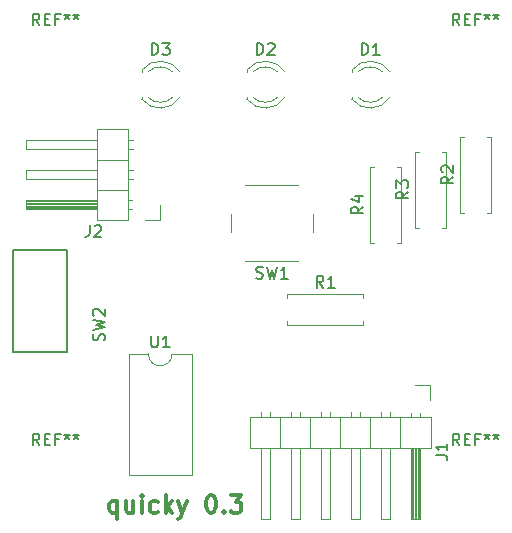
<source format=gbr>
G04 #@! TF.GenerationSoftware,KiCad,Pcbnew,5.0.0-fee4fd1~66~ubuntu18.04.1*
G04 #@! TF.CreationDate,2018-09-29T20:43:12+02:00*
G04 #@! TF.ProjectId,attinyReflexos,617474696E795265666C65786F732E6B,rev?*
G04 #@! TF.SameCoordinates,Original*
G04 #@! TF.FileFunction,Legend,Top*
G04 #@! TF.FilePolarity,Positive*
%FSLAX46Y46*%
G04 Gerber Fmt 4.6, Leading zero omitted, Abs format (unit mm)*
G04 Created by KiCad (PCBNEW 5.0.0-fee4fd1~66~ubuntu18.04.1) date Sat Sep 29 20:43:12 2018*
%MOMM*%
%LPD*%
G01*
G04 APERTURE LIST*
%ADD10C,0.300000*%
%ADD11C,0.150000*%
%ADD12C,0.120000*%
G04 APERTURE END LIST*
D10*
X143697142Y-130488571D02*
X143697142Y-131988571D01*
X143697142Y-131417142D02*
X143554285Y-131488571D01*
X143268571Y-131488571D01*
X143125714Y-131417142D01*
X143054285Y-131345714D01*
X142982857Y-131202857D01*
X142982857Y-130774285D01*
X143054285Y-130631428D01*
X143125714Y-130560000D01*
X143268571Y-130488571D01*
X143554285Y-130488571D01*
X143697142Y-130560000D01*
X145054285Y-130488571D02*
X145054285Y-131488571D01*
X144411428Y-130488571D02*
X144411428Y-131274285D01*
X144482857Y-131417142D01*
X144625714Y-131488571D01*
X144840000Y-131488571D01*
X144982857Y-131417142D01*
X145054285Y-131345714D01*
X145768571Y-131488571D02*
X145768571Y-130488571D01*
X145768571Y-129988571D02*
X145697142Y-130060000D01*
X145768571Y-130131428D01*
X145840000Y-130060000D01*
X145768571Y-129988571D01*
X145768571Y-130131428D01*
X147125714Y-131417142D02*
X146982857Y-131488571D01*
X146697142Y-131488571D01*
X146554285Y-131417142D01*
X146482857Y-131345714D01*
X146411428Y-131202857D01*
X146411428Y-130774285D01*
X146482857Y-130631428D01*
X146554285Y-130560000D01*
X146697142Y-130488571D01*
X146982857Y-130488571D01*
X147125714Y-130560000D01*
X147768571Y-131488571D02*
X147768571Y-129988571D01*
X147911428Y-130917142D02*
X148340000Y-131488571D01*
X148340000Y-130488571D02*
X147768571Y-131060000D01*
X148840000Y-130488571D02*
X149197142Y-131488571D01*
X149554285Y-130488571D02*
X149197142Y-131488571D01*
X149054285Y-131845714D01*
X148982857Y-131917142D01*
X148840000Y-131988571D01*
X151554285Y-129988571D02*
X151697142Y-129988571D01*
X151840000Y-130060000D01*
X151911428Y-130131428D01*
X151982857Y-130274285D01*
X152054285Y-130560000D01*
X152054285Y-130917142D01*
X151982857Y-131202857D01*
X151911428Y-131345714D01*
X151840000Y-131417142D01*
X151697142Y-131488571D01*
X151554285Y-131488571D01*
X151411428Y-131417142D01*
X151340000Y-131345714D01*
X151268571Y-131202857D01*
X151197142Y-130917142D01*
X151197142Y-130560000D01*
X151268571Y-130274285D01*
X151340000Y-130131428D01*
X151411428Y-130060000D01*
X151554285Y-129988571D01*
X152697142Y-131345714D02*
X152768571Y-131417142D01*
X152697142Y-131488571D01*
X152625714Y-131417142D01*
X152697142Y-131345714D01*
X152697142Y-131488571D01*
X153268571Y-129988571D02*
X154197142Y-129988571D01*
X153697142Y-130560000D01*
X153911428Y-130560000D01*
X154054285Y-130631428D01*
X154125714Y-130702857D01*
X154197142Y-130845714D01*
X154197142Y-131202857D01*
X154125714Y-131345714D01*
X154054285Y-131417142D01*
X153911428Y-131488571D01*
X153482857Y-131488571D01*
X153340000Y-131417142D01*
X153268571Y-131345714D01*
D11*
G04 #@! TO.C,SW2*
X139460000Y-117870000D02*
X134860000Y-117870000D01*
X134860000Y-117870000D02*
X134860000Y-109270000D01*
X134860000Y-109270000D02*
X139460000Y-109270000D01*
X139460000Y-109270000D02*
X139460000Y-117870000D01*
D12*
G04 #@! TO.C,U1*
X148320000Y-118050000D02*
G75*
G02X146320000Y-118050000I-1000000J0D01*
G01*
X146320000Y-118050000D02*
X144670000Y-118050000D01*
X144670000Y-118050000D02*
X144670000Y-128330000D01*
X144670000Y-128330000D02*
X149970000Y-128330000D01*
X149970000Y-128330000D02*
X149970000Y-118050000D01*
X149970000Y-118050000D02*
X148320000Y-118050000D01*
G04 #@! TO.C,J1*
X170240000Y-123360000D02*
X154880000Y-123360000D01*
X154880000Y-123360000D02*
X154880000Y-126020000D01*
X154880000Y-126020000D02*
X170240000Y-126020000D01*
X170240000Y-126020000D02*
X170240000Y-123360000D01*
X169290000Y-126020000D02*
X169290000Y-132020000D01*
X169290000Y-132020000D02*
X168530000Y-132020000D01*
X168530000Y-132020000D02*
X168530000Y-126020000D01*
X169230000Y-126020000D02*
X169230000Y-132020000D01*
X169110000Y-126020000D02*
X169110000Y-132020000D01*
X168990000Y-126020000D02*
X168990000Y-132020000D01*
X168870000Y-126020000D02*
X168870000Y-132020000D01*
X168750000Y-126020000D02*
X168750000Y-132020000D01*
X168630000Y-126020000D02*
X168630000Y-132020000D01*
X169290000Y-123030000D02*
X169290000Y-123360000D01*
X168530000Y-123030000D02*
X168530000Y-123360000D01*
X167640000Y-123360000D02*
X167640000Y-126020000D01*
X166750000Y-126020000D02*
X166750000Y-132020000D01*
X166750000Y-132020000D02*
X165990000Y-132020000D01*
X165990000Y-132020000D02*
X165990000Y-126020000D01*
X166750000Y-122962929D02*
X166750000Y-123360000D01*
X165990000Y-122962929D02*
X165990000Y-123360000D01*
X165100000Y-123360000D02*
X165100000Y-126020000D01*
X164210000Y-126020000D02*
X164210000Y-132020000D01*
X164210000Y-132020000D02*
X163450000Y-132020000D01*
X163450000Y-132020000D02*
X163450000Y-126020000D01*
X164210000Y-122962929D02*
X164210000Y-123360000D01*
X163450000Y-122962929D02*
X163450000Y-123360000D01*
X162560000Y-123360000D02*
X162560000Y-126020000D01*
X161670000Y-126020000D02*
X161670000Y-132020000D01*
X161670000Y-132020000D02*
X160910000Y-132020000D01*
X160910000Y-132020000D02*
X160910000Y-126020000D01*
X161670000Y-122962929D02*
X161670000Y-123360000D01*
X160910000Y-122962929D02*
X160910000Y-123360000D01*
X160020000Y-123360000D02*
X160020000Y-126020000D01*
X159130000Y-126020000D02*
X159130000Y-132020000D01*
X159130000Y-132020000D02*
X158370000Y-132020000D01*
X158370000Y-132020000D02*
X158370000Y-126020000D01*
X159130000Y-122962929D02*
X159130000Y-123360000D01*
X158370000Y-122962929D02*
X158370000Y-123360000D01*
X157480000Y-123360000D02*
X157480000Y-126020000D01*
X156590000Y-126020000D02*
X156590000Y-132020000D01*
X156590000Y-132020000D02*
X155830000Y-132020000D01*
X155830000Y-132020000D02*
X155830000Y-126020000D01*
X156590000Y-122962929D02*
X156590000Y-123360000D01*
X155830000Y-122962929D02*
X155830000Y-123360000D01*
X168910000Y-120650000D02*
X170180000Y-120650000D01*
X170180000Y-120650000D02*
X170180000Y-121920000D01*
G04 #@! TO.C,J2*
X144610000Y-106740000D02*
X144610000Y-99000000D01*
X144610000Y-99000000D02*
X141950000Y-99000000D01*
X141950000Y-99000000D02*
X141950000Y-106740000D01*
X141950000Y-106740000D02*
X144610000Y-106740000D01*
X141950000Y-105790000D02*
X135950000Y-105790000D01*
X135950000Y-105790000D02*
X135950000Y-105030000D01*
X135950000Y-105030000D02*
X141950000Y-105030000D01*
X141950000Y-105730000D02*
X135950000Y-105730000D01*
X141950000Y-105610000D02*
X135950000Y-105610000D01*
X141950000Y-105490000D02*
X135950000Y-105490000D01*
X141950000Y-105370000D02*
X135950000Y-105370000D01*
X141950000Y-105250000D02*
X135950000Y-105250000D01*
X141950000Y-105130000D02*
X135950000Y-105130000D01*
X144940000Y-105790000D02*
X144610000Y-105790000D01*
X144940000Y-105030000D02*
X144610000Y-105030000D01*
X144610000Y-104140000D02*
X141950000Y-104140000D01*
X141950000Y-103250000D02*
X135950000Y-103250000D01*
X135950000Y-103250000D02*
X135950000Y-102490000D01*
X135950000Y-102490000D02*
X141950000Y-102490000D01*
X145007071Y-103250000D02*
X144610000Y-103250000D01*
X145007071Y-102490000D02*
X144610000Y-102490000D01*
X144610000Y-101600000D02*
X141950000Y-101600000D01*
X141950000Y-100710000D02*
X135950000Y-100710000D01*
X135950000Y-100710000D02*
X135950000Y-99950000D01*
X135950000Y-99950000D02*
X141950000Y-99950000D01*
X145007071Y-100710000D02*
X144610000Y-100710000D01*
X145007071Y-99950000D02*
X144610000Y-99950000D01*
X147320000Y-105410000D02*
X147320000Y-106680000D01*
X147320000Y-106680000D02*
X146050000Y-106680000D01*
G04 #@! TO.C,R1*
X158080000Y-113320000D02*
X158080000Y-112990000D01*
X158080000Y-112990000D02*
X164500000Y-112990000D01*
X164500000Y-112990000D02*
X164500000Y-113320000D01*
X158080000Y-115280000D02*
X158080000Y-115610000D01*
X158080000Y-115610000D02*
X164500000Y-115610000D01*
X164500000Y-115610000D02*
X164500000Y-115280000D01*
G04 #@! TO.C,R2*
X173010000Y-106080000D02*
X172680000Y-106080000D01*
X172680000Y-106080000D02*
X172680000Y-99660000D01*
X172680000Y-99660000D02*
X173010000Y-99660000D01*
X174970000Y-106080000D02*
X175300000Y-106080000D01*
X175300000Y-106080000D02*
X175300000Y-99660000D01*
X175300000Y-99660000D02*
X174970000Y-99660000D01*
G04 #@! TO.C,R3*
X169200000Y-107350000D02*
X168870000Y-107350000D01*
X168870000Y-107350000D02*
X168870000Y-100930000D01*
X168870000Y-100930000D02*
X169200000Y-100930000D01*
X171160000Y-107350000D02*
X171490000Y-107350000D01*
X171490000Y-107350000D02*
X171490000Y-100930000D01*
X171490000Y-100930000D02*
X171160000Y-100930000D01*
G04 #@! TO.C,R4*
X165390000Y-108620000D02*
X165060000Y-108620000D01*
X165060000Y-108620000D02*
X165060000Y-102200000D01*
X165060000Y-102200000D02*
X165390000Y-102200000D01*
X167350000Y-108620000D02*
X167680000Y-108620000D01*
X167680000Y-108620000D02*
X167680000Y-102200000D01*
X167680000Y-102200000D02*
X167350000Y-102200000D01*
G04 #@! TO.C,SW1*
X159020000Y-103720000D02*
X154520000Y-103720000D01*
X160270000Y-107720000D02*
X160270000Y-106220000D01*
X154520000Y-110220000D02*
X159020000Y-110220000D01*
X153270000Y-106220000D02*
X153270000Y-107720000D01*
G04 #@! TO.C,D1*
X166772335Y-94171392D02*
G75*
G03X163540000Y-94014484I-1672335J-1078608D01*
G01*
X166772335Y-96328608D02*
G75*
G02X163540000Y-96485516I-1672335J1078608D01*
G01*
X166141130Y-94170163D02*
G75*
G03X164059039Y-94170000I-1041130J-1079837D01*
G01*
X166141130Y-96329837D02*
G75*
G02X164059039Y-96330000I-1041130J1079837D01*
G01*
X163540000Y-94014000D02*
X163540000Y-94170000D01*
X163540000Y-96330000D02*
X163540000Y-96486000D01*
G04 #@! TO.C,D2*
X157882335Y-94171392D02*
G75*
G03X154650000Y-94014484I-1672335J-1078608D01*
G01*
X157882335Y-96328608D02*
G75*
G02X154650000Y-96485516I-1672335J1078608D01*
G01*
X157251130Y-94170163D02*
G75*
G03X155169039Y-94170000I-1041130J-1079837D01*
G01*
X157251130Y-96329837D02*
G75*
G02X155169039Y-96330000I-1041130J1079837D01*
G01*
X154650000Y-94014000D02*
X154650000Y-94170000D01*
X154650000Y-96330000D02*
X154650000Y-96486000D01*
G04 #@! TO.C,D3*
X148992335Y-94171392D02*
G75*
G03X145760000Y-94014484I-1672335J-1078608D01*
G01*
X148992335Y-96328608D02*
G75*
G02X145760000Y-96485516I-1672335J1078608D01*
G01*
X148361130Y-94170163D02*
G75*
G03X146279039Y-94170000I-1041130J-1079837D01*
G01*
X148361130Y-96329837D02*
G75*
G02X146279039Y-96330000I-1041130J1079837D01*
G01*
X145760000Y-94014000D02*
X145760000Y-94170000D01*
X145760000Y-96330000D02*
X145760000Y-96486000D01*
G04 #@! TO.C,SW2*
D11*
X142564761Y-116903333D02*
X142612380Y-116760476D01*
X142612380Y-116522380D01*
X142564761Y-116427142D01*
X142517142Y-116379523D01*
X142421904Y-116331904D01*
X142326666Y-116331904D01*
X142231428Y-116379523D01*
X142183809Y-116427142D01*
X142136190Y-116522380D01*
X142088571Y-116712857D01*
X142040952Y-116808095D01*
X141993333Y-116855714D01*
X141898095Y-116903333D01*
X141802857Y-116903333D01*
X141707619Y-116855714D01*
X141660000Y-116808095D01*
X141612380Y-116712857D01*
X141612380Y-116474761D01*
X141660000Y-116331904D01*
X141612380Y-115998571D02*
X142612380Y-115760476D01*
X141898095Y-115570000D01*
X142612380Y-115379523D01*
X141612380Y-115141428D01*
X141707619Y-114808095D02*
X141660000Y-114760476D01*
X141612380Y-114665238D01*
X141612380Y-114427142D01*
X141660000Y-114331904D01*
X141707619Y-114284285D01*
X141802857Y-114236666D01*
X141898095Y-114236666D01*
X142040952Y-114284285D01*
X142612380Y-114855714D01*
X142612380Y-114236666D01*
G04 #@! TO.C,U1*
X146558095Y-116502380D02*
X146558095Y-117311904D01*
X146605714Y-117407142D01*
X146653333Y-117454761D01*
X146748571Y-117502380D01*
X146939047Y-117502380D01*
X147034285Y-117454761D01*
X147081904Y-117407142D01*
X147129523Y-117311904D01*
X147129523Y-116502380D01*
X148129523Y-117502380D02*
X147558095Y-117502380D01*
X147843809Y-117502380D02*
X147843809Y-116502380D01*
X147748571Y-116645238D01*
X147653333Y-116740476D01*
X147558095Y-116788095D01*
G04 #@! TO.C,J1*
X170632380Y-126638333D02*
X171346666Y-126638333D01*
X171489523Y-126685952D01*
X171584761Y-126781190D01*
X171632380Y-126924047D01*
X171632380Y-127019285D01*
X171632380Y-125638333D02*
X171632380Y-126209761D01*
X171632380Y-125924047D02*
X170632380Y-125924047D01*
X170775238Y-126019285D01*
X170870476Y-126114523D01*
X170918095Y-126209761D01*
G04 #@! TO.C,REF\002A\002A*
X137096666Y-90232380D02*
X136763333Y-89756190D01*
X136525238Y-90232380D02*
X136525238Y-89232380D01*
X136906190Y-89232380D01*
X137001428Y-89280000D01*
X137049047Y-89327619D01*
X137096666Y-89422857D01*
X137096666Y-89565714D01*
X137049047Y-89660952D01*
X137001428Y-89708571D01*
X136906190Y-89756190D01*
X136525238Y-89756190D01*
X137525238Y-89708571D02*
X137858571Y-89708571D01*
X138001428Y-90232380D02*
X137525238Y-90232380D01*
X137525238Y-89232380D01*
X138001428Y-89232380D01*
X138763333Y-89708571D02*
X138430000Y-89708571D01*
X138430000Y-90232380D02*
X138430000Y-89232380D01*
X138906190Y-89232380D01*
X139430000Y-89232380D02*
X139430000Y-89470476D01*
X139191904Y-89375238D02*
X139430000Y-89470476D01*
X139668095Y-89375238D01*
X139287142Y-89660952D02*
X139430000Y-89470476D01*
X139572857Y-89660952D01*
X140191904Y-89232380D02*
X140191904Y-89470476D01*
X139953809Y-89375238D02*
X140191904Y-89470476D01*
X140430000Y-89375238D01*
X140049047Y-89660952D02*
X140191904Y-89470476D01*
X140334761Y-89660952D01*
X172656666Y-90232380D02*
X172323333Y-89756190D01*
X172085238Y-90232380D02*
X172085238Y-89232380D01*
X172466190Y-89232380D01*
X172561428Y-89280000D01*
X172609047Y-89327619D01*
X172656666Y-89422857D01*
X172656666Y-89565714D01*
X172609047Y-89660952D01*
X172561428Y-89708571D01*
X172466190Y-89756190D01*
X172085238Y-89756190D01*
X173085238Y-89708571D02*
X173418571Y-89708571D01*
X173561428Y-90232380D02*
X173085238Y-90232380D01*
X173085238Y-89232380D01*
X173561428Y-89232380D01*
X174323333Y-89708571D02*
X173990000Y-89708571D01*
X173990000Y-90232380D02*
X173990000Y-89232380D01*
X174466190Y-89232380D01*
X174990000Y-89232380D02*
X174990000Y-89470476D01*
X174751904Y-89375238D02*
X174990000Y-89470476D01*
X175228095Y-89375238D01*
X174847142Y-89660952D02*
X174990000Y-89470476D01*
X175132857Y-89660952D01*
X175751904Y-89232380D02*
X175751904Y-89470476D01*
X175513809Y-89375238D02*
X175751904Y-89470476D01*
X175990000Y-89375238D01*
X175609047Y-89660952D02*
X175751904Y-89470476D01*
X175894761Y-89660952D01*
X172656666Y-125792380D02*
X172323333Y-125316190D01*
X172085238Y-125792380D02*
X172085238Y-124792380D01*
X172466190Y-124792380D01*
X172561428Y-124840000D01*
X172609047Y-124887619D01*
X172656666Y-124982857D01*
X172656666Y-125125714D01*
X172609047Y-125220952D01*
X172561428Y-125268571D01*
X172466190Y-125316190D01*
X172085238Y-125316190D01*
X173085238Y-125268571D02*
X173418571Y-125268571D01*
X173561428Y-125792380D02*
X173085238Y-125792380D01*
X173085238Y-124792380D01*
X173561428Y-124792380D01*
X174323333Y-125268571D02*
X173990000Y-125268571D01*
X173990000Y-125792380D02*
X173990000Y-124792380D01*
X174466190Y-124792380D01*
X174990000Y-124792380D02*
X174990000Y-125030476D01*
X174751904Y-124935238D02*
X174990000Y-125030476D01*
X175228095Y-124935238D01*
X174847142Y-125220952D02*
X174990000Y-125030476D01*
X175132857Y-125220952D01*
X175751904Y-124792380D02*
X175751904Y-125030476D01*
X175513809Y-124935238D02*
X175751904Y-125030476D01*
X175990000Y-124935238D01*
X175609047Y-125220952D02*
X175751904Y-125030476D01*
X175894761Y-125220952D01*
X137096666Y-125792380D02*
X136763333Y-125316190D01*
X136525238Y-125792380D02*
X136525238Y-124792380D01*
X136906190Y-124792380D01*
X137001428Y-124840000D01*
X137049047Y-124887619D01*
X137096666Y-124982857D01*
X137096666Y-125125714D01*
X137049047Y-125220952D01*
X137001428Y-125268571D01*
X136906190Y-125316190D01*
X136525238Y-125316190D01*
X137525238Y-125268571D02*
X137858571Y-125268571D01*
X138001428Y-125792380D02*
X137525238Y-125792380D01*
X137525238Y-124792380D01*
X138001428Y-124792380D01*
X138763333Y-125268571D02*
X138430000Y-125268571D01*
X138430000Y-125792380D02*
X138430000Y-124792380D01*
X138906190Y-124792380D01*
X139430000Y-124792380D02*
X139430000Y-125030476D01*
X139191904Y-124935238D02*
X139430000Y-125030476D01*
X139668095Y-124935238D01*
X139287142Y-125220952D02*
X139430000Y-125030476D01*
X139572857Y-125220952D01*
X140191904Y-124792380D02*
X140191904Y-125030476D01*
X139953809Y-124935238D02*
X140191904Y-125030476D01*
X140430000Y-124935238D01*
X140049047Y-125220952D02*
X140191904Y-125030476D01*
X140334761Y-125220952D01*
G04 #@! TO.C,J2*
X141331666Y-107132380D02*
X141331666Y-107846666D01*
X141284047Y-107989523D01*
X141188809Y-108084761D01*
X141045952Y-108132380D01*
X140950714Y-108132380D01*
X141760238Y-107227619D02*
X141807857Y-107180000D01*
X141903095Y-107132380D01*
X142141190Y-107132380D01*
X142236428Y-107180000D01*
X142284047Y-107227619D01*
X142331666Y-107322857D01*
X142331666Y-107418095D01*
X142284047Y-107560952D01*
X141712619Y-108132380D01*
X142331666Y-108132380D01*
G04 #@! TO.C,R1*
X161123333Y-112442380D02*
X160790000Y-111966190D01*
X160551904Y-112442380D02*
X160551904Y-111442380D01*
X160932857Y-111442380D01*
X161028095Y-111490000D01*
X161075714Y-111537619D01*
X161123333Y-111632857D01*
X161123333Y-111775714D01*
X161075714Y-111870952D01*
X161028095Y-111918571D01*
X160932857Y-111966190D01*
X160551904Y-111966190D01*
X162075714Y-112442380D02*
X161504285Y-112442380D01*
X161790000Y-112442380D02*
X161790000Y-111442380D01*
X161694761Y-111585238D01*
X161599523Y-111680476D01*
X161504285Y-111728095D01*
G04 #@! TO.C,R2*
X172132380Y-103036666D02*
X171656190Y-103370000D01*
X172132380Y-103608095D02*
X171132380Y-103608095D01*
X171132380Y-103227142D01*
X171180000Y-103131904D01*
X171227619Y-103084285D01*
X171322857Y-103036666D01*
X171465714Y-103036666D01*
X171560952Y-103084285D01*
X171608571Y-103131904D01*
X171656190Y-103227142D01*
X171656190Y-103608095D01*
X171227619Y-102655714D02*
X171180000Y-102608095D01*
X171132380Y-102512857D01*
X171132380Y-102274761D01*
X171180000Y-102179523D01*
X171227619Y-102131904D01*
X171322857Y-102084285D01*
X171418095Y-102084285D01*
X171560952Y-102131904D01*
X172132380Y-102703333D01*
X172132380Y-102084285D01*
G04 #@! TO.C,R3*
X168322380Y-104306666D02*
X167846190Y-104640000D01*
X168322380Y-104878095D02*
X167322380Y-104878095D01*
X167322380Y-104497142D01*
X167370000Y-104401904D01*
X167417619Y-104354285D01*
X167512857Y-104306666D01*
X167655714Y-104306666D01*
X167750952Y-104354285D01*
X167798571Y-104401904D01*
X167846190Y-104497142D01*
X167846190Y-104878095D01*
X167322380Y-103973333D02*
X167322380Y-103354285D01*
X167703333Y-103687619D01*
X167703333Y-103544761D01*
X167750952Y-103449523D01*
X167798571Y-103401904D01*
X167893809Y-103354285D01*
X168131904Y-103354285D01*
X168227142Y-103401904D01*
X168274761Y-103449523D01*
X168322380Y-103544761D01*
X168322380Y-103830476D01*
X168274761Y-103925714D01*
X168227142Y-103973333D01*
G04 #@! TO.C,R4*
X164512380Y-105576666D02*
X164036190Y-105910000D01*
X164512380Y-106148095D02*
X163512380Y-106148095D01*
X163512380Y-105767142D01*
X163560000Y-105671904D01*
X163607619Y-105624285D01*
X163702857Y-105576666D01*
X163845714Y-105576666D01*
X163940952Y-105624285D01*
X163988571Y-105671904D01*
X164036190Y-105767142D01*
X164036190Y-106148095D01*
X163845714Y-104719523D02*
X164512380Y-104719523D01*
X163464761Y-104957619D02*
X164179047Y-105195714D01*
X164179047Y-104576666D01*
G04 #@! TO.C,SW1*
X155436666Y-111624761D02*
X155579523Y-111672380D01*
X155817619Y-111672380D01*
X155912857Y-111624761D01*
X155960476Y-111577142D01*
X156008095Y-111481904D01*
X156008095Y-111386666D01*
X155960476Y-111291428D01*
X155912857Y-111243809D01*
X155817619Y-111196190D01*
X155627142Y-111148571D01*
X155531904Y-111100952D01*
X155484285Y-111053333D01*
X155436666Y-110958095D01*
X155436666Y-110862857D01*
X155484285Y-110767619D01*
X155531904Y-110720000D01*
X155627142Y-110672380D01*
X155865238Y-110672380D01*
X156008095Y-110720000D01*
X156341428Y-110672380D02*
X156579523Y-111672380D01*
X156770000Y-110958095D01*
X156960476Y-111672380D01*
X157198571Y-110672380D01*
X158103333Y-111672380D02*
X157531904Y-111672380D01*
X157817619Y-111672380D02*
X157817619Y-110672380D01*
X157722380Y-110815238D01*
X157627142Y-110910476D01*
X157531904Y-110958095D01*
G04 #@! TO.C,D1*
X164361904Y-92742380D02*
X164361904Y-91742380D01*
X164600000Y-91742380D01*
X164742857Y-91790000D01*
X164838095Y-91885238D01*
X164885714Y-91980476D01*
X164933333Y-92170952D01*
X164933333Y-92313809D01*
X164885714Y-92504285D01*
X164838095Y-92599523D01*
X164742857Y-92694761D01*
X164600000Y-92742380D01*
X164361904Y-92742380D01*
X165885714Y-92742380D02*
X165314285Y-92742380D01*
X165600000Y-92742380D02*
X165600000Y-91742380D01*
X165504761Y-91885238D01*
X165409523Y-91980476D01*
X165314285Y-92028095D01*
G04 #@! TO.C,D2*
X155471904Y-92742380D02*
X155471904Y-91742380D01*
X155710000Y-91742380D01*
X155852857Y-91790000D01*
X155948095Y-91885238D01*
X155995714Y-91980476D01*
X156043333Y-92170952D01*
X156043333Y-92313809D01*
X155995714Y-92504285D01*
X155948095Y-92599523D01*
X155852857Y-92694761D01*
X155710000Y-92742380D01*
X155471904Y-92742380D01*
X156424285Y-91837619D02*
X156471904Y-91790000D01*
X156567142Y-91742380D01*
X156805238Y-91742380D01*
X156900476Y-91790000D01*
X156948095Y-91837619D01*
X156995714Y-91932857D01*
X156995714Y-92028095D01*
X156948095Y-92170952D01*
X156376666Y-92742380D01*
X156995714Y-92742380D01*
G04 #@! TO.C,D3*
X146581904Y-92742380D02*
X146581904Y-91742380D01*
X146820000Y-91742380D01*
X146962857Y-91790000D01*
X147058095Y-91885238D01*
X147105714Y-91980476D01*
X147153333Y-92170952D01*
X147153333Y-92313809D01*
X147105714Y-92504285D01*
X147058095Y-92599523D01*
X146962857Y-92694761D01*
X146820000Y-92742380D01*
X146581904Y-92742380D01*
X147486666Y-91742380D02*
X148105714Y-91742380D01*
X147772380Y-92123333D01*
X147915238Y-92123333D01*
X148010476Y-92170952D01*
X148058095Y-92218571D01*
X148105714Y-92313809D01*
X148105714Y-92551904D01*
X148058095Y-92647142D01*
X148010476Y-92694761D01*
X147915238Y-92742380D01*
X147629523Y-92742380D01*
X147534285Y-92694761D01*
X147486666Y-92647142D01*
G04 #@! TD*
M02*

</source>
